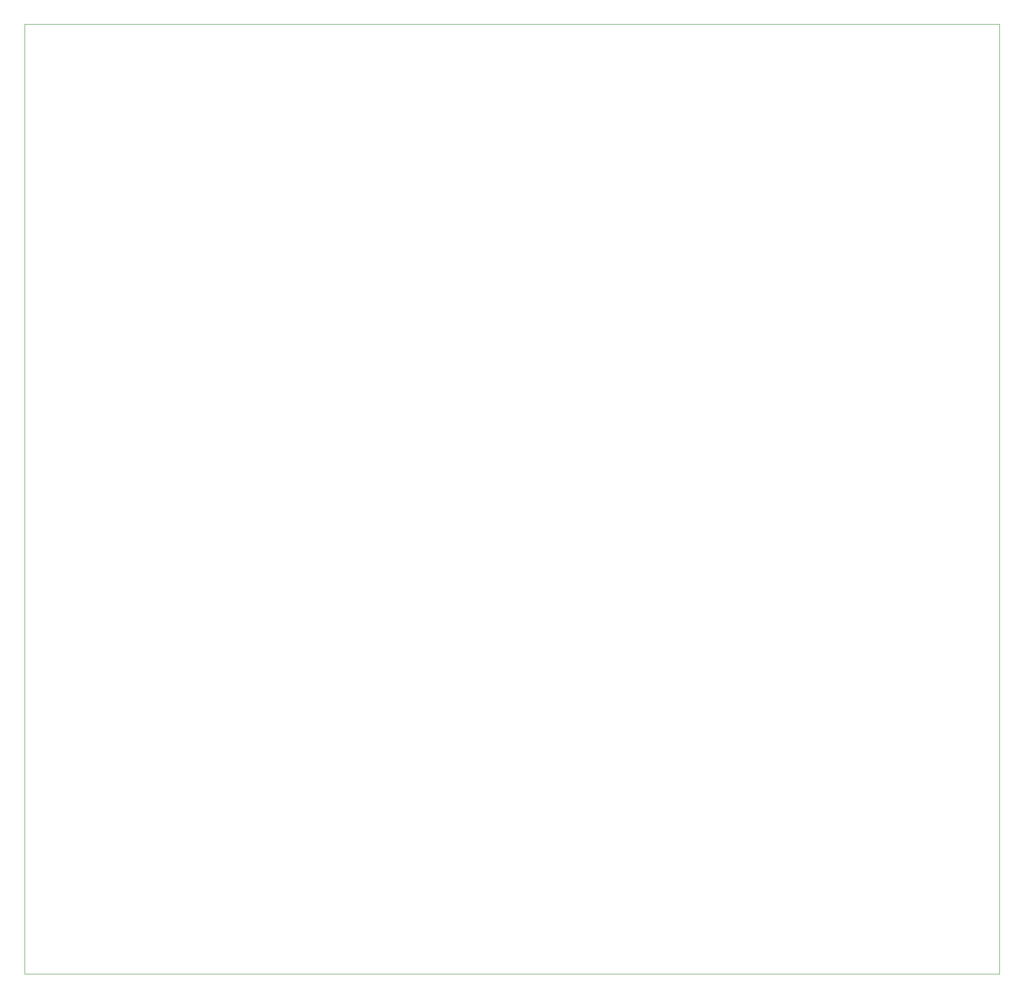
<source format=gbr>
%TF.GenerationSoftware,KiCad,Pcbnew,(6.0.7)*%
%TF.CreationDate,2022-10-13T11:24:40-04:00*%
%TF.ProjectId,VGA,5647412e-6b69-4636-9164-5f7063625858,1.0*%
%TF.SameCoordinates,Original*%
%TF.FileFunction,Profile,NP*%
%FSLAX46Y46*%
G04 Gerber Fmt 4.6, Leading zero omitted, Abs format (unit mm)*
G04 Created by KiCad (PCBNEW (6.0.7)) date 2022-10-13 11:24:40*
%MOMM*%
%LPD*%
G01*
G04 APERTURE LIST*
%TA.AperFunction,Profile*%
%ADD10C,0.100000*%
%TD*%
G04 APERTURE END LIST*
D10*
X120497600Y-47193200D02*
X301650400Y-47193200D01*
X301650400Y-47193200D02*
X301650400Y-223824800D01*
X301650400Y-223824800D02*
X120497600Y-223824800D01*
X120497600Y-223824800D02*
X120497600Y-47193200D01*
M02*

</source>
